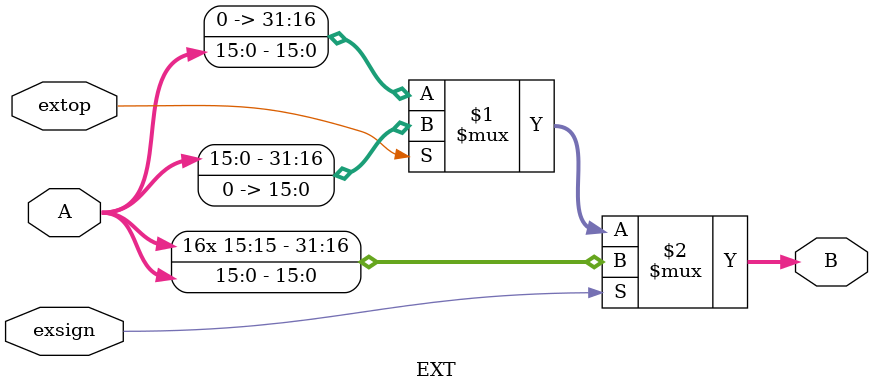
<source format=sv>
module EXT (
    input[15:0] A,
    input extop,
    input exsign,
    output [31:0]B
);
    assign B=(exsign)?{{16{A[15]}},A}:
             (extop)?{A,16'b0}:{16'b0,A};  
endmodule //EXT

</source>
